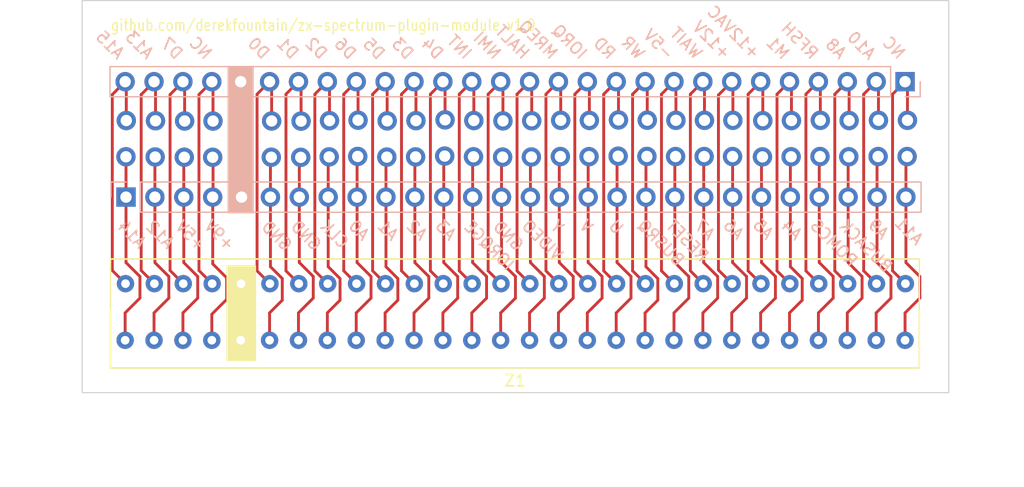
<source format=kicad_pcb>
(kicad_pcb (version 20211014) (generator pcbnew)
  (layers (0 "F.Cu" signal) (31 "B.Cu" signal) (34 "B.Paste" user) (35 "F.Paste" user) (36 "B.SilkS" user "B.Silkscreen") (37 "F.SilkS" user "F.Silkscreen") (38 "B.Mask" user) (39 "F.Mask" user) (44 "Edge.Cuts" user))
  (net 0 "")
  (net 3 "A15")
  (net 4 "A13")
  (net 5 "D7")
  (net 6 "NC1")
  (net 7 "D0")
  (net 8 "D1")
  (net 9 "D2")
  (net 10 "D6")
  (net 11 "D5")
  (net 12 "D3")
  (net 13 "D4")
  (net 14 "INT")
  (net 15 "NMI")
  (net 16 "HALT")
  (net 17 "MREQ")
  (net 18 "IORQ")
  (net 19 "RD")
  (net 20 "WR")
  (net 21 "-5V")
  (net 22 "WAIT")
  (net 23 "+12V")
  (net 24 "+12VAC")
  (net 25 "M1")
  (net 26 "RFSH")
  (net 27 "A8")
  (net 28 "A10")
  (net 29 "NC2")
  (net 30 "A9")
  (net 31 "ROMCS")
  (net 32 "A4")
  (net 33 "A5")
  (net 34 "A6")
  (net 35 "A7")
  (net 36 "RESET")
  (net 37 "BUSRQ")
  (net 38 "U")
  (net 39 "V")
  (net 40 "Y")
  (net 41 "VIDEO")
  (net 42 "GND3")
  (net 43 "IORQGE")
  (net 44 "A3")
  (net 45 "A2")
  (net 46 "A1")
  (net 47 "A0")
  (net 48 "CLK")
  (net 49 "GND2")
  (net 50 "GND1")
  (net 51 "+9V")
  (net 52 "+5V")
  (net 53 "A12")
  (net 54 "A14")
  (net 55 "BUSACK")
  (net 56 "A11")
  (footprint "" (layer "F.Cu") (at 174.1 112)
    (fp_text reference "")
    (fp_text value "")
  )
  (footprint "" (layer "F.Cu") (at 151.3 108.81)
    (fp_text reference "")
    (fp_text value "")
  )
  (footprint "" (layer "F.Cu") (at 120.725 108.875)
    (fp_text reference "")
    (fp_text value "")
  )
  (footprint "" (layer "F.Cu") (at 169.07 108.84)
    (fp_text reference "")
    (fp_text value "")
  )
  (footprint "" (layer "F.Cu") (at 143.66 108.83)
    (fp_text reference "")
    (fp_text value "")
  )
  (footprint "" (layer "F.Cu") (at 143.63 112.02)
    (fp_text reference "")
    (fp_text value "")
  )
  (footprint "" (layer "F.Cu") (at 141.13 108.77)
    (fp_text reference "")
    (fp_text value "")
  )
  (footprint "" (layer "F.Cu") (at 171.56 112.02)
    (fp_text reference "")
    (fp_text value "")
  )
  (footprint "" (layer "F.Cu") (at 176.63 112.02)
    (fp_text reference "")
    (fp_text value "")
  )
  (footprint "" (layer "F.Cu") (at 133.48 108.8)
    (fp_text reference "")
    (fp_text value "")
  )
  (footprint "" (layer "F.Cu") (at 130.97 108.84)
    (fp_text reference "")
    (fp_text value "")
  )
  (footprint "" (layer "F.Cu") (at 141.1 111.96)
    (fp_text reference "")
    (fp_text value "")
  )
  (footprint "" (layer "F.Cu") (at 171.59 108.83)
    (fp_text reference "")
    (fp_text value "")
  )
  (footprint "" (layer "F.Cu") (at 161.43 108.81)
    (fp_text reference "")
    (fp_text value "")
  )
  (footprint "" (layer "F.Cu") (at 146.19 112.05)
    (fp_text reference "")
    (fp_text value "")
  )
  (footprint "" (layer "F.Cu") (at 125.85 112.06)
    (fp_text reference "")
    (fp_text value "")
  )
  (footprint "" (layer "F.Cu") (at 120.695 112.065)
    (fp_text reference "")
    (fp_text value "")
  )
  (footprint "" (layer "F.Cu") (at 115.64 112.04)
    (fp_text reference "")
    (fp_text value "")
  )
  (footprint "" (layer "F.Cu") (at 128.44 112.07)
    (fp_text reference "")
    (fp_text value "")
  )
  (footprint "" (layer "F.Cu") (at 118.23 108.87)
    (fp_text reference "")
    (fp_text value "")
  )
  (footprint "" (layer "F.Cu") (at 163.94 108.81)
    (fp_text reference "")
    (fp_text value "")
  )
  (footprint "" (layer "F.Cu") (at 156.35 111.97)
    (fp_text reference "")
    (fp_text value "")
  )
  (footprint "" (layer "F.Cu") (at 181.79 108.81)
    (fp_text reference "")
    (fp_text value "")
  )
  (footprint "" (layer "F.Cu") (at 128.47 108.88)
    (fp_text reference "")
    (fp_text value "")
  )
  (footprint "" (layer "F.Cu") (at 179.21 112)
    (fp_text reference "")
    (fp_text value "")
  )
  (footprint "" (layer "F.Cu") (at 169.04 112.03)
    (fp_text reference "")
    (fp_text value "")
  )
  (footprint "" (layer "F.Cu") (at 138.54 112.03)
    (fp_text reference "")
    (fp_text value "")
  )
  (footprint "" (layer "F.Cu") (at 163.91 112)
    (fp_text reference "")
    (fp_text value "")
  )
  (footprint "" (layer "F.Cu") (at 113.1 108.83)
    (fp_text reference "")
    (fp_text value "")
  )
  (footprint "" (layer "F.Cu") (at 156.38 108.78)
    (fp_text reference "")
    (fp_text value "")
  )
  (footprint "" (layer "F.Cu") (at 136.04 108.86)
    (fp_text reference "")
    (fp_text value "")
  )
  (footprint "" (layer "F.Cu") (at 130.94 112.03)
    (fp_text reference "")
    (fp_text value "")
  )
  (footprint "" (layer "F.Cu") (at 176.66 108.83)
    (fp_text reference "")
    (fp_text value "")
  )
  (footprint "" (layer "F.Cu") (at 158.91 108.8)
    (fp_text reference "")
    (fp_text value "")
  )
  (footprint "" (layer "F.Cu") (at 174.13 108.81)
    (fp_text reference "")
    (fp_text value "")
  )
  (footprint "" (layer "F.Cu") (at 136.01 112.05)
    (fp_text reference "")
    (fp_text value "")
  )
  (footprint "" (layer "F.Cu") (at 125.88 108.87)
    (fp_text reference "")
    (fp_text value "")
  )
  (footprint "" (layer "F.Cu") (at 148.75 108.85)
    (fp_text reference "")
    (fp_text value "")
  )
  (footprint "" (layer "F.Cu") (at 179.24 108.81)
    (fp_text reference "")
    (fp_text value "")
  )
  (footprint "" (layer "F.Cu") (at 181.76 112)
    (fp_text reference "")
    (fp_text value "")
  )
  (footprint "" (layer "F.Cu") (at 153.82 108.82)
    (fp_text reference "")
    (fp_text value "")
  )
  (footprint "zx:ZX_Bus_Pin_Header" (layer "F.Cu") (at 147.32 124.46)
    (fp_text reference "Z1")
    (fp_text value "ZX48Bus")
  )
  (footprint "" (layer "F.Cu") (at 148.72 112.04)
    (fp_text reference "")
    (fp_text value "")
  )
  (footprint "" (layer "F.Cu") (at 118.2 112.06)
    (fp_text reference "")
    (fp_text value "")
  )
  (footprint "" (layer "F.Cu") (at 115.67 108.85)
    (fp_text reference "")
    (fp_text value "")
  )
  (footprint "" (layer "F.Cu") (at 166.44 108.81)
    (fp_text reference "")
    (fp_text value "")
  )
  (footprint "" (layer "F.Cu") (at 166.41 112)
    (fp_text reference "")
    (fp_text value "")
  )
  (footprint "" (layer "F.Cu") (at 151.27 112)
    (fp_text reference "")
    (fp_text value "")
  )
  (footprint "" (layer "F.Cu") (at 161.4 112)
    (fp_text reference "")
    (fp_text value "")
  )
  (footprint "" (layer "F.Cu") (at 153.79 112.01)
    (fp_text reference "")
    (fp_text value "")
  )
  (footprint "" (layer "F.Cu") (at 146.22 108.86)
    (fp_text reference "")
    (fp_text value "")
  )
  (footprint "" (layer "F.Cu") (at 133.45 111.99)
    (fp_text reference "")
    (fp_text value "")
  )
  (footprint "" (layer "F.Cu") (at 138.57 108.84)
    (fp_text reference "")
    (fp_text value "")
  )
  (footprint "" (layer "F.Cu") (at 158.88 111.99)
    (fp_text reference "")
    (fp_text value "")
  )
  (footprint "" (layer "F.Cu") (at 113.07 112.02)
    (fp_text reference "")
    (fp_text value "")
  )
  (footprint "Connector_PinHeader_2.54mm:PinHeader_1x28_P2.54mm_Vertical" (layer "B.Cu") (at 181.58 105.41 90)
    (fp_text reference "J1" hide)
    (fp_text value "Upper pins")
  )
  (footprint "Connector_PinHeader_2.54mm:PinHeader_1x28_P2.54mm_Vertical" (layer "B.Cu") (at 113.075 115.57 -90)
    (fp_text reference "J2" hide)
    (fp_text value "Lower pins")
  )
  (gr_rect (start 124.23 116.93) (end 122.08 104.1) (layer "B.SilkS") (width 0.15) (fill solid))
  (gr_rect (start 121.98 129.94) (end 124.44 121.64) (layer "F.SilkS") (width 0.15) (fill solid))
  (gr_rect (start 185.42 98.27) (end 109.22 132.78) (layer "Edge.Cuts") (width 0.1) (fill none))
  (gr_text "D0" (at 125.5 103.22 -45) (layer "B.SilkS") (effects (font (size 1 1)) (justify left mirror)))
  (gr_text "A2" (at 137.93 117.76 -45) (layer "B.SilkS") (effects (font (size 1 1)) (justify right mirror)))
  (gr_text "IORQGE" (at 143 117.82 -45) (layer "B.SilkS") (effects (font (size 1 1)) (justify right mirror)))
  (gr_text "WR" (at 158.48 103.26 -45) (layer "B.SilkS") (effects (font (size 1 1)) (justify left mirror)))
  (gr_text "A1" (at 135.39 117.78 -45) (layer "B.SilkS") (effects (font (size 1 1)) (justify right mirror)))
  (gr_text "D3" (at 138.16 103.25 -45) (layer "B.SilkS") (effects (font (size 1 1)) (justify left mirror)))
  (gr_text "D1" (at 128.05 103.22 -45) (layer "B.SilkS") (effects (font (size 1 1)) (justify left mirror)))
  (gr_text "RESET" (at 160.76 117.73 -45) (layer "B.SilkS") (effects (font (size 1 1)) (justify right mirror)))
  (gr_text "HALT" (at 148.35 103.22 -45) (layer "B.SilkS") (effects (font (size 1 1)) (justify left mirror)))
  (gr_text "GND" (at 145.54 117.83 -45) (layer "B.SilkS") (effects (font (size 1 1)) (justify right mirror)))
  (gr_text "M1" (at 171.21 103.25 -45) (layer "B.SilkS") (effects (font (size 1 1)) (justify left mirror)))
  (gr_text "U" (at 155.72 117.77 -45) (layer "B.SilkS") (effects (font (size 1 1)) (justify right mirror)))
  (gr_text "D2" (at 130.57 103.23 -45) (layer "B.SilkS") (effects (font (size 1 1)) (justify left mirror)))
  (gr_text "+12V" (at 166.07 103.23 -45) (layer "B.SilkS") (effects (font (size 1 1)) (justify left mirror)))
  (gr_text "A0" (at 132.84 117.77 -45) (layer "B.SilkS") (effects (font (size 1 1)) (justify right mirror)))
  (gr_text "+5V" (at 117.62 117.82 -45) (layer "B.SilkS") (effects (font (size 1 1)) (justify right mirror)))
  (gr_text "A6" (at 165.79 117.71 -45) (layer "B.SilkS") (effects (font (size 1 1)) (justify right mirror)))
  (gr_text "A8" (at 176.2 103.2 -45) (layer "B.SilkS") (effects (font (size 1 1)) (justify left mirror)))
  (gr_text "NC" (at 120.42 103.24 -45) (layer "B.SilkS") (effects (font (size 1 1)) (justify left mirror)))
  (gr_text "A10" (at 178.79 103.26 -45) (layer "B.SilkS") (effects (font (size 1 1)) (justify left mirror)))
  (gr_text "D4" (at 140.77 103.24 -45) (layer "B.SilkS") (effects (font (size 1 1)) (justify left mirror)))
  (gr_text "V" (at 153.15 117.77 -45) (layer "B.SilkS") (effects (font (size 1 1)) (justify right mirror)))
  (gr_text "WAIT" (at 163.55 103.24 -45) (layer "B.SilkS") (effects (font (size 1 1)) (justify left mirror)))
  (gr_text "GND" (at 127.76 117.81 -45) (layer "B.SilkS") (effects (font (size 1 1)) (justify right mirror)))
  (gr_text "+9V" (at 120.16 117.78 -45) (layer "B.SilkS") (effects (font (size 1 1)) (justify right mirror)))
  (gr_text "RD" (at 155.92 103.23 -45) (layer "B.SilkS") (effects (font (size 1 1)) (justify left mirror)))
  (gr_text "MREQ" (at 150.82 103.23 -45) (layer "B.SilkS") (effects (font (size 1 1)) (justify left mirror)))
  (gr_text "NMI" (at 145.84 103.24 -45) (layer "B.SilkS") (effects (font (size 1 1)) (justify left mirror)))
  (gr_text "D7" (at 117.86 103.24 -45) (layer "B.SilkS") (effects (font (size 1 1)) (justify left mirror)))
  (gr_text "RFSH" (at 173.75 103.23 -45) (layer "B.SilkS") (effects (font (size 1 1)) (justify left mirror)))
  (gr_text "A7" (at 163.24 117.73 -45) (layer "B.SilkS") (effects (font (size 1 1)) (justify right mirror)))
  (gr_text "A9" (at 178.52 117.65 -45) (layer "B.SilkS") (effects (font (size 1 1)) (justify right mirror)))
  (gr_text "A15" (at 112.72 103.21 -45) (layer "B.SilkS") (effects (font (size 1 1)) (justify left mirror)))
  (gr_text "BUSRQ" (at 158.26 117.73 -45) (layer "B.SilkS") (effects (font (size 1 1)) (justify right mirror)))
  (gr_text "-5V" (at 161.07 103.28 -45) (layer "B.SilkS") (effects (font (size 1 1)) (justify left mirror)))
  (gr_text "A14" (at 112.54 117.8 -45) (layer "B.SilkS") (effects (font (size 1 1)) (justify right mirror)))
  (gr_text "D5" (at 135.63 103.26 -45) (layer "B.SilkS") (effects (font (size 1 1)) (justify left mirror)))
  (gr_text "INT" (at 143.27 103.23 -45) (layer "B.SilkS") (effects (font (size 1 1)) (justify left mirror)))
  (gr_text "Y" (at 150.6 117.8 -45) (layer "B.SilkS") (effects (font (size 1 1)) (justify right mirror)))
  (gr_text "BUSACK" (at 175.98 117.73 -45) (layer "B.SilkS") (effects (font (size 1 1)) (justify right mirror)))
  (gr_text "GND" (at 125.18 117.84 -45) (layer "B.SilkS") (effects (font (size 1 1)) (justify right mirror)))
  (gr_text "A3" (at 140.48 117.76 -45) (layer "B.SilkS") (effects (font (size 1 1)) (justify right mirror)))
  (gr_text "A5" (at 168.39 117.67 -45) (layer "B.SilkS") (effects (font (size 1 1)) (justify right mirror)))
  (gr_text "IORQ" (at 153.41 103.23 -45) (layer "B.SilkS") (effects (font (size 1 1)) (justify left mirror)))
  (gr_text "A4" (at 170.9 117.73 -45) (layer "B.SilkS") (effects (font (size 1 1)) (justify right mirror)))
  (gr_text "VIDEO" (at 148.09 117.77 -45) (layer "B.SilkS") (effects (font (size 1 1)) (justify right mirror)))
  (gr_text "CLK" (at 130.33 117.78 -45) (layer "B.SilkS") (effects (font (size 1 1)) (justify right mirror)))
  (gr_text "ROMCS" (at 173.43 117.73 -45) (layer "B.SilkS") (effects (font (size 1 1)) (justify right mirror)))
  (gr_text "A11" (at 180.87 117.5 -45) (layer "B.SilkS") (effects (font (size 1 1)) (justify right mirror)))
  (gr_text "A13" (at 115.3 103.21 -45) (layer "B.SilkS") (effects (font (size 1 1)) (justify left mirror)))
  (gr_text "A12" (at 115.03 117.82 -45) (layer "B.SilkS") (effects (font (size 1 1)) (justify right mirror)))
  (gr_text "+12VAC" (at 168.66 103.2 -45) (layer "B.SilkS") (effects (font (size 1 1)) (justify left mirror)))
  (gr_text "D6" (at 133.11 103.25 -45) (layer "B.SilkS") (effects (font (size 1 1)) (justify left mirror)))
  (gr_text "NC" (at 181.39 103.22 -45) (layer "B.SilkS") (effects (font (size 1 1)) (justify left mirror)))
  (gr_text "github.com/derekfountain/zx-spectrum-plugin-module v1.0" (at 130.42 100.43) (layer "F.SilkS") (effects (font (size 1 0.8) (thickness 0.125))))
  (segment (start 113.03 123.19) (end 111.87 122.03) (width 0.25) (layer "F.Cu") (net 3))
  (segment (start 111.87 122.03) (end 111.87 106.54) (width 0.25) (layer "F.Cu") (net 3))
  (segment (start 113.1 108.83) (end 113.1 105.51) (width 0.25) (layer "F.Cu") (net 3))
  (segment (start 113.1 105.51) (end 113 105.41) (width 0.25) (layer "F.Cu") (net 3))
  (segment (start 111.87 106.54) (end 113 105.41) (width 0.25) (layer "F.Cu") (net 3))
  (segment (start 115.57 123.19) (end 114.41 122.03) (width 0.25) (layer "F.Cu") (net 4))
  (segment (start 115.67 108.85) (end 115.67 105.54) (width 0.25) (layer "F.Cu") (net 4))
  (segment (start 115.67 105.54) (end 115.54 105.41) (width 0.25) (layer "F.Cu") (net 4))
  (segment (start 114.41 106.54) (end 115.54 105.41) (width 0.25) (layer "F.Cu") (net 4))
  (segment (start 114.41 122.03) (end 114.41 106.54) (width 0.25) (layer "F.Cu") (net 4))
  (segment (start 116.95 122.03) (end 116.95 106.54) (width 0.25) (layer "F.Cu") (net 5))
  (segment (start 116.95 106.54) (end 118.08 105.41) (width 0.25) (layer "F.Cu") (net 5))
  (segment (start 118.11 123.19) (end 116.95 122.03) (width 0.25) (layer "F.Cu") (net 5))
  (segment (start 118.23 108.87) (end 118.23 105.56) (width 0.25) (layer "F.Cu") (net 5))
  (segment (start 118.23 105.56) (end 118.08 105.41) (width 0.25) (layer "F.Cu") (net 5))
  (segment (start 119.49 122.03) (end 119.49 106.54) (width 0.25) (layer "F.Cu") (net 6))
  (segment (start 119.49 106.54) (end 120.62 105.41) (width 0.25) (layer "F.Cu") (net 6))
  (segment (start 120.725 108.875) (end 120.725 105.495) (width 0.25) (layer "F.Cu") (net 6))
  (segment (start 120.65 123.19) (end 119.49 122.03) (width 0.25) (layer "F.Cu") (net 6))
  (segment (start 120.69 105.48) (end 120.62 105.41) (width 0.25) (layer "F.Cu") (net 6))
  (segment (start 125.88 105.59) (end 125.7 105.41) (width 0.25) (layer "F.Cu") (net 7))
  (segment (start 124.6 106.51) (end 125.7 105.41) (width 0.25) (layer "F.Cu") (net 7))
  (segment (start 125.88 108.87) (end 125.88 105.59) (width 0.25) (layer "F.Cu") (net 7))
  (segment (start 124.6 122.06) (end 124.6 106.51) (width 0.25) (layer "F.Cu") (net 7))
  (segment (start 125.73 123.19) (end 124.6 122.06) (width 0.25) (layer "F.Cu") (net 7))
  (segment (start 128.47 105.64) (end 128.24 105.41) (width 0.25) (layer "F.Cu") (net 8))
  (segment (start 127.14 122.06) (end 127.14 106.51) (width 0.25) (layer "F.Cu") (net 8))
  (segment (start 128.27 123.19) (end 127.14 122.06) (width 0.25) (layer "F.Cu") (net 8))
  (segment (start 127.14 106.51) (end 128.24 105.41) (width 0.25) (layer "F.Cu") (net 8))
  (segment (start 128.47 108.88) (end 128.47 105.64) (width 0.25) (layer "F.Cu") (net 8))
  (segment (start 130.97 108.84) (end 130.97 105.6) (width 0.25) (layer "F.Cu") (net 9))
  (segment (start 129.68 106.51) (end 130.78 105.41) (width 0.25) (layer "F.Cu") (net 9))
  (segment (start 130.97 105.6) (end 130.78 105.41) (width 0.25) (layer "F.Cu") (net 9))
  (segment (start 129.68 122.06) (end 129.68 106.51) (width 0.25) (layer "F.Cu") (net 9))
  (segment (start 130.81 123.19) (end 129.68 122.06) (width 0.25) (layer "F.Cu") (net 9))
  (segment (start 132.22 122.06) (end 132.22 106.51) (width 0.25) (layer "F.Cu") (net 10))
  (segment (start 133.48 108.8) (end 133.48 105.57) (width 0.25) (layer "F.Cu") (net 10))
  (segment (start 133.35 123.19) (end 132.22 122.06) (width 0.25) (layer "F.Cu") (net 10))
  (segment (start 132.22 106.51) (end 133.32 105.41) (width 0.25) (layer "F.Cu") (net 10))
  (segment (start 133.48 105.57) (end 133.32 105.41) (width 0.25) (layer "F.Cu") (net 10))
  (segment (start 134.76 122.06) (end 134.76 106.51) (width 0.25) (layer "F.Cu") (net 11))
  (segment (start 134.76 106.51) (end 135.86 105.41) (width 0.25) (layer "F.Cu") (net 11))
  (segment (start 135.89 123.19) (end 134.76 122.06) (width 0.25) (layer "F.Cu") (net 11))
  (segment (start 136.04 108.86) (end 136.04 105.59) (width 0.25) (layer "F.Cu") (net 11))
  (segment (start 136.04 105.59) (end 135.86 105.41) (width 0.25) (layer "F.Cu") (net 11))
  (segment (start 138.43 123.19) (end 137.3 122.06) (width 0.25) (layer "F.Cu") (net 12))
  (segment (start 138.57 108.84) (end 138.57 105.58) (width 0.25) (layer "F.Cu") (net 12))
  (segment (start 138.57 105.58) (end 138.4 105.41) (width 0.25) (layer "F.Cu") (net 12))
  (segment (start 137.3 106.51) (end 138.4 105.41) (width 0.25) (layer "F.Cu") (net 12))
  (segment (start 137.3 122.06) (end 137.3 106.51) (width 0.25) (layer "F.Cu") (net 12))
  (segment (start 141.13 108.77) (end 141.13 105.6) (width 0.25) (layer "F.Cu") (net 13))
  (segment (start 139.84 122.06) (end 139.84 106.51) (width 0.25) (layer "F.Cu") (net 13))
  (segment (start 139.84 106.51) (end 140.94 105.41) (width 0.25) (layer "F.Cu") (net 13))
  (segment (start 141.13 105.6) (end 140.94 105.41) (width 0.25) (layer "F.Cu") (net 13))
  (segment (start 140.97 123.19) (end 139.84 122.06) (width 0.25) (layer "F.Cu") (net 13))
  (segment (start 142.38 106.51) (end 143.48 105.41) (width 0.25) (layer "F.Cu") (net 14))
  (segment (start 143.66 108.83) (end 143.66 105.59) (width 0.25) (layer "F.Cu") (net 14))
  (segment (start 143.66 105.59) (end 143.48 105.41) (width 0.25) (layer "F.Cu") (net 14))
  (segment (start 143.51 123.19) (end 142.38 122.06) (width 0.25) (layer "F.Cu") (net 14))
  (segment (start 142.38 122.06) (end 142.38 106.51) (width 0.25) (layer "F.Cu") (net 14))
  (segment (start 146.22 108.86) (end 146.22 105.61) (width 0.25) (layer "F.Cu") (net 15))
  (segment (start 144.92 122.06) (end 144.92 106.51) (width 0.25) (layer "F.Cu") (net 15))
  (segment (start 146.05 123.19) (end 144.92 122.06) (width 0.25) (layer "F.Cu") (net 15))
  (segment (start 144.92 106.51) (end 146.02 105.41) (width 0.25) (layer "F.Cu") (net 15))
  (segment (start 146.22 105.61) (end 146.02 105.41) (width 0.25) (layer "F.Cu") (net 15))
  (segment (start 148.59 123.19) (end 147.46 122.06) (width 0.25) (layer "F.Cu") (net 16))
  (segment (start 148.75 108.85) (end 148.75 105.6) (width 0.25) (layer "F.Cu") (net 16))
  (segment (start 147.46 122.06) (end 147.46 106.51) (width 0.25) (layer "F.Cu") (net 16))
  (segment (start 148.75 105.6) (end 148.56 105.41) (width 0.25) (layer "F.Cu") (net 16))
  (segment (start 147.46 106.51) (end 148.56 105.41) (width 0.25) (layer "F.Cu") (net 16))
  (segment (start 150 106.51) (end 151.1 105.41) (width 0.25) (layer "F.Cu") (net 17))
  (segment (start 151.13 123.19) (end 150 122.06) (width 0.25) (layer "F.Cu") (net 17))
  (segment (start 150 122.06) (end 150 106.51) (width 0.25) (layer "F.Cu") (net 17))
  (segment (start 151.3 105.61) (end 151.1 105.41) (width 0.25) (layer "F.Cu") (net 17))
  (segment (start 151.3 108.81) (end 151.3 105.61) (width 0.25) (layer "F.Cu") (net 17))
  (segment (start 153.82 108.82) (end 153.82 105.59) (width 0.25) (layer "F.Cu") (net 18))
  (segment (start 152.54 122.06) (end 152.54 106.51) (width 0.25) (layer "F.Cu") (net 18))
  (segment (start 153.82 105.59) (end 153.64 105.41) (width 0.25) (layer "F.Cu") (net 18))
  (segment (start 153.67 123.19) (end 152.54 122.06) (width 0.25) (layer "F.Cu") (net 18))
  (segment (start 152.54 106.51) (end 153.64 105.41) (width 0.25) (layer "F.Cu") (net 18))
  (segment (start 155.08 106.51) (end 156.18 105.41) (width 0.25) (layer "F.Cu") (net 19))
  (segment (start 155.08 122.06) (end 155.08 106.51) (width 0.25) (layer "F.Cu") (net 19))
  (segment (start 156.38 108.78) (end 156.38 105.61) (width 0.25) (layer "F.Cu") (net 19))
  (segment (start 156.38 105.61) (end 156.18 105.41) (width 0.25) (layer "F.Cu") (net 19))
  (segment (start 156.21 123.19) (end 155.08 122.06) (width 0.25) (layer "F.Cu") (net 19))
  (segment (start 158.91 108.8) (end 158.91 105.6) (width 0.25) (layer "F.Cu") (net 20))
  (segment (start 158.91 105.6) (end 158.72 105.41) (width 0.25) (layer "F.Cu") (net 20))
  (segment (start 157.62 106.51) (end 158.72 105.41) (width 0.25) (layer "F.Cu") (net 20))
  (segment (start 157.62 122.06) (end 157.62 106.51) (width 0.25) (layer "F.Cu") (net 20))
  (segment (start 158.75 123.19) (end 157.62 122.06) (width 0.25) (layer "F.Cu") (net 20))
  (segment (start 161.43 105.58) (end 161.26 105.41) (width 0.25) (layer "F.Cu") (net 21))
  (segment (start 160.16 122.06) (end 160.16 106.51) (width 0.25) (layer "F.Cu") (net 21))
  (segment (start 160.16 106.51) (end 161.26 105.41) (width 0.25) (layer "F.Cu") (net 21))
  (segment (start 161.43 108.81) (end 161.43 105.58) (width 0.25) (layer "F.Cu") (net 21))
  (segment (start 161.29 123.19) (end 160.16 122.06) (width 0.25) (layer "F.Cu") (net 21))
  (segment (start 163.94 108.81) (end 163.94 105.55) (width 0.25) (layer "F.Cu") (net 22))
  (segment (start 162.7 106.51) (end 163.8 105.41) (width 0.25) (layer "F.Cu") (net 22))
  (segment (start 163.94 105.55) (end 163.8 105.41) (width 0.25) (layer "F.Cu") (net 22))
  (segment (start 162.7 122.06) (end 162.7 106.51) (width 0.25) (layer "F.Cu") (net 22))
  (segment (start 163.83 123.19) (end 162.7 122.06) (width 0.25) (layer "F.Cu") (net 22))
  (segment (start 165.17 121.99) (end 165.17 106.58) (width 0.25) (layer "F.Cu") (net 23))
  (segment (start 166.44 108.81) (end 166.44 105.51) (width 0.25) (layer "F.Cu") (net 23))
  (segment (start 165.17 106.58) (end 166.34 105.41) (width 0.25) (layer "F.Cu") (net 23))
  (segment (start 166.44 105.51) (end 166.34 105.41) (width 0.25) (layer "F.Cu") (net 23))
  (segment (start 166.37 123.19) (end 165.17 121.99) (width 0.25) (layer "F.Cu") (net 23))
  (segment (start 168.91 123.19) (end 167.78 122.06) (width 0.25) (layer "F.Cu") (net 24))
  (segment (start 169.07 108.84) (end 169.07 105.6) (width 0.25) (layer "F.Cu") (net 24))
  (segment (start 167.78 122.06) (end 167.78 106.51) (width 0.25) (layer "F.Cu") (net 24))
  (segment (start 169.07 105.6) (end 168.88 105.41) (width 0.25) (layer "F.Cu") (net 24))
  (segment (start 167.78 106.51) (end 168.88 105.41) (width 0.25) (layer "F.Cu") (net 24))
  (segment (start 170.32 122.06) (end 170.32 106.51) (width 0.25) (layer "F.Cu") (net 25))
  (segment (start 171.59 108.83) (end 171.59 105.58) (width 0.25) (layer "F.Cu") (net 25))
  (segment (start 171.45 123.19) (end 170.32 122.06) (width 0.25) (layer "F.Cu") (net 25))
  (segment (start 170.32 106.51) (end 171.42 105.41) (width 0.25) (layer "F.Cu") (net 25))
  (segment (start 171.59 105.58) (end 171.42 105.41) (width 0.25) (layer "F.Cu") (net 25))
  (segment (start 172.86 122.06) (end 172.86 106.51) (width 0.25) (layer "F.Cu") (net 26))
  (segment (start 174.13 108.81) (end 174.13 105.58) (width 0.25) (layer "F.Cu") (net 26))
  (segment (start 174.13 105.58) (end 173.96 105.41) (width 0.25) (layer "F.Cu") (net 26))
  (segment (start 172.86 106.51) (end 173.96 105.41) (width 0.25) (layer "F.Cu") (net 26))
  (segment (start 173.99 123.19) (end 172.86 122.06) (width 0.25) (layer "F.Cu") (net 26))
  (segment (start 175.4 122.06) (end 175.4 106.51) (width 0.25) (layer "F.Cu") (net 27))
  (segment (start 176.66 105.57) (end 176.5 105.41) (width 0.25) (layer "F.Cu") (net 27))
  (segment (start 176.53 123.19) (end 175.4 122.06) (width 0.25) (layer "F.Cu") (net 27))
  (segment (start 176.66 108.83) (end 176.66 105.57) (width 0.25) (layer "F.Cu") (net 27))
  (segment (start 175.4 106.51) (end 176.5 105.41) (width 0.25) (layer "F.Cu") (net 27))
  (segment (start 177.94 106.51) (end 179.04 105.41) (width 0.25) (layer "F.Cu") (net 28))
  (segment (start 179.24 108.81) (end 179.24 105.61) (width 0.25) (layer "F.Cu") (net 28))
  (segment (start 177.94 122.06) (end 177.94 106.51) (width 0.25) (layer "F.Cu") (net 28))
  (segment (start 179.07 123.19) (end 177.94 122.06) (width 0.25) (layer "F.Cu") (net 28))
  (segment (start 179.24 105.61) (end 179.04 105.41) (width 0.25) (layer "F.Cu") (net 28))
  (segment (start 180.48 106.51) (end 181.58 105.41) (width 0.25) (layer "F.Cu") (net 29))
  (segment (start 180.48 122.06) (end 180.48 106.51) (width 0.25) (layer "F.Cu") (net 29))
  (segment (start 181.79 108.81) (end 181.79 105.62) (width 0.25) (layer "F.Cu") (net 29))
  (segment (start 181.61 123.19) (end 180.48 122.06) (width 0.25) (layer "F.Cu") (net 29))
  (segment (start 181.79 105.62) (end 181.58 105.41) (width 0.25) (layer "F.Cu") (net 29))
  (segment (start 179.115 115.57) (end 179.115 112.095) (width 0.25) (layer "F.Cu") (net 30))
  (segment (start 179.115 121.331396) (end 180.34 122.556396) (width 0.25) (layer "F.Cu") (net 30))
  (segment (start 179.115 112.095) (end 179.21 112) (width 0.25) (layer "F.Cu") (net 30))
  (segment (start 179.115 115.57) (end 179.115 121.331396) (width 0.25) (layer "F.Cu") (net 30))
  (segment (start 180.34 122.556396) (end 180.34 124.46) (width 0.25) (layer "F.Cu") (net 30))
  (segment (start 180.34 124.46) (end 179.04 125.76) (width 0.25) (layer "F.Cu") (net 30))
  (segment (start 179.04 125.76) (end 179.04 128.17) (width 0.25) (layer "F.Cu") (net 30))
  (segment (start 175.26 122.556396) (end 175.26 124.46) (width 0.25) (layer "F.Cu") (net 31))
  (segment (start 173.96 125.76) (end 173.96 128.17) (width 0.25) (layer "F.Cu") (net 31))
  (segment (start 174.035 112.065) (end 174.1 112) (width 0.25) (layer "F.Cu") (net 31))
  (segment (start 174.035 115.57) (end 174.035 121.331396) (width 0.25) (layer "F.Cu") (net 31))
  (segment (start 174.035 115.57) (end 174.035 112.065) (width 0.25) (layer "F.Cu") (net 31))
  (segment (start 174.035 121.331396) (end 175.26 122.556396) (width 0.25) (layer "F.Cu") (net 31))
  (segment (start 175.26 124.46) (end 173.96 125.76) (width 0.25) (layer "F.Cu") (net 31))
  (segment (start 171.495 115.57) (end 171.495 112.085) (width 0.25) (layer "F.Cu") (net 32))
  (segment (start 171.42 125.76) (end 171.42 128.17) (width 0.25) (layer "F.Cu") (net 32))
  (segment (start 172.537 124.643) (end 171.42 125.76) (width 0.25) (layer "F.Cu") (net 32))
  (segment (start 172.537 122.739749) (end 172.537 124.643) (width 0.25) (layer "F.Cu") (net 32))
  (segment (start 171.495 121.697749) (end 172.537 122.739749) (width 0.25) (layer "F.Cu") (net 32))
  (segment (start 171.495 115.57) (end 171.495 121.697749) (width 0.25) (layer "F.Cu") (net 32))
  (segment (start 171.495 112.085) (end 171.56 112.02) (width 0.25) (layer "F.Cu") (net 32))
  (segment (start 168.955 112.115) (end 169.04 112.03) (width 0.25) (layer "F.Cu") (net 33))
  (segment (start 168.955 115.57) (end 168.955 121.331396) (width 0.25) (layer "F.Cu") (net 33))
  (segment (start 168.88 125.76) (end 168.88 128.17) (width 0.25) (layer "F.Cu") (net 33))
  (segment (start 168.955 115.57) (end 168.955 112.115) (width 0.25) (layer "F.Cu") (net 33))
  (segment (start 168.955 121.331396) (end 170.18 122.556396) (width 0.25) (layer "F.Cu") (net 33))
  (segment (start 170.18 122.556396) (end 170.18 124.46) (width 0.25) (layer "F.Cu") (net 33))
  (segment (start 170.18 124.46) (end 168.88 125.76) (width 0.25) (layer "F.Cu") (net 33))
  (segment (start 167.64 124.46) (end 166.34 125.76) (width 0.25) (layer "F.Cu") (net 34))
  (segment (start 167.64 122.556396) (end 167.64 124.46) (width 0.25) (layer "F.Cu") (net 34))
  (segment (start 166.415 115.57) (end 166.415 121.331396) (width 0.25) (layer "F.Cu") (net 34))
  (segment (start 166.415 112.005) (end 166.41 112) (width 0.25) (layer "F.Cu") (net 34))
  (segment (start 166.415 121.331396) (end 167.64 122.556396) (width 0.25) (layer "F.Cu") (net 34))
  (segment (start 166.34 125.76) (end 166.34 128.17) (width 0.25) (layer "F.Cu") (net 34))
  (segment (start 166.415 115.57) (end 166.415 112.005) (width 0.25) (layer "F.Cu") (net 34))
  (segment (start 163.875 121.331396) (end 165.1 122.556396) (width 0.25) (layer "F.Cu") (net 35))
  (segment (start 163.8 125.76) (end 163.8 128.17) (width 0.25) (layer "F.Cu") (net 35))
  (segment (start 163.875 115.57) (end 163.875 121.331396) (width 0.25) (layer "F.Cu") (net 35))
  (segment (start 163.875 115.57) (end 163.875 112.035) (width 0.25) (layer "F.Cu") (net 35))
  (segment (start 165.1 122.556396) (end 165.1 124.46) (width 0.25) (layer "F.Cu") (net 35))
  (segment (start 165.1 124.46) (end 163.8 125.76) (width 0.25) (layer "F.Cu") (net 35))
  (segment (start 163.875 112.035) (end 163.91 112) (width 0.25) (layer "F.Cu") (net 35))
  (segment (start 161.335 115.57) (end 161.335 112.065) (width 0.25) (layer "F.Cu") (net 36))
  (segment (start 161.335 115.57) (end 161.335 121.331396) (width 0.25) (layer "F.Cu") (net 36))
  (segment (start 161.335 121.331396) (end 162.56 122.556396) (width 0.25) (layer "F.Cu") (net 36))
  (segment (start 162.56 124.46) (end 161.26 125.76) (width 0.25) (layer "F.Cu") (net 36))
  (segment (start 162.56 122.556396) (end 162.56 124.46) (width 0.25) (layer "F.Cu") (net 36))
  (segment (start 161.335 112.065) (end 161.4 112) (width 0.25) (layer "F.Cu") (net 36))
  (segment (start 161.26 125.76) (end 161.26 128.17) (width 0.25) (layer "F.Cu") (net 36))
  (segment (start 158.795 112.075) (end 158.88 111.99) (width 0.25) (layer "F.Cu") (net 37))
  (segment (start 158.72 125.76) (end 158.72 128.17) (width 0.25) (layer "F.Cu") (net 37))
  (segment (start 158.795 121.697749) (end 159.837 122.739749) (width 0.25) (layer "F.Cu") (net 37))
  (segment (start 158.795 115.57) (end 158.795 112.075) (width 0.25) (layer "F.Cu") (net 37))
  (segment (start 158.795 115.57) (end 158.795 121.697749) (width 0.25) (layer "F.Cu") (net 37))
  (segment (start 159.837 124.643) (end 158.72 125.76) (width 0.25) (layer "F.Cu") (net 37))
  (segment (start 159.837 122.739749) (end 159.837 124.643) (width 0.25) (layer "F.Cu") (net 37))
  (segment (start 157.48 122.556396) (end 157.48 124.46) (width 0.25) (layer "F.Cu") (net 38))
  (segment (start 156.18 125.76) (end 156.18 128.17) (width 0.25) (layer "F.Cu") (net 38))
  (segment (start 156.255 115.57) (end 156.255 112.065) (width 0.25) (layer "F.Cu") (net 38))
  (segment (start 157.48 124.46) (end 156.18 125.76) (width 0.25) (layer "F.Cu") (net 38))
  (segment (start 156.255 112.065) (end 156.35 111.97) (width 0.25) (layer "F.Cu") (net 38))
  (segment (start 156.255 121.331396) (end 157.48 122.556396) (width 0.25) (layer "F.Cu") (net 38))
  (segment (start 156.255 115.57) (end 156.255 121.331396) (width 0.25) (layer "F.Cu") (net 38))
  (segment (start 153.64 125.76) (end 153.64 128.17) (width 0.25) (layer "F.Cu") (net 39))
  (segment (start 153.715 115.57) (end 153.715 121.331396) (width 0.25) (layer "F.Cu") (net 39))
  (segment (start 153.715 115.57) (end 153.715 112.085) (width 0.25) (layer "F.Cu") (net 39))
  (segment (start 154.94 122.556396) (end 154.94 124.46) (width 0.25) (layer "F.Cu") (net 39))
  (segment (start 153.715 121.331396) (end 154.94 122.556396) (width 0.25) (layer "F.Cu") (net 39))
  (segment (start 153.715 112.085) (end 153.79 112.01) (width 0.25) (layer "F.Cu") (net 39))
  (segment (start 154.94 124.46) (end 153.64 125.76) (width 0.25) (layer "F.Cu") (net 39))
  (segment (start 151.175 112.095) (end 151.27 112) (width 0.25) (layer "F.Cu") (net 40))
  (segment (start 151.175 115.57) (end 151.175 112.095) (width 0.25) (layer "F.Cu") (net 40))
  (segment (start 152.4 122.556396) (end 152.4 124.46) (width 0.25) (layer "F.Cu") (net 40))
  (segment (start 151.1 125.76) (end 151.1 128.17) (width 0.25) (layer "F.Cu") (net 40))
  (segment (start 151.175 115.57) (end 151.175 121.331396) (width 0.25) (layer "F.Cu") (net 40))
  (segment (start 151.175 121.331396) (end 152.4 122.556396) (width 0.25) (layer "F.Cu") (net 40))
  (segment (start 152.4 124.46) (end 151.1 125.76) (width 0.25) (layer "F.Cu") (net 40))
  (segment (start 148.635 115.57) (end 148.635 112.125) (width 0.25) (layer "F.Cu") (net 41))
  (segment (start 148.635 121.331396) (end 149.86 122.556396) (width 0.25) (layer "F.Cu") (net 41))
  (segment (start 149.86 124.46) (end 148.56 125.76) (width 0.25) (layer "F.Cu") (net 41))
  (segment (start 149.86 122.556396) (end 149.86 124.46) (width 0.25) (layer "F.Cu") (net 41))
  (segment (start 148.635 112.125) (end 148.72 112.04) (width 0.25) (layer "F.Cu") (net 41))
  (segment (start 148.635 115.57) (end 148.635 121.331396) (width 0.25) (layer "F.Cu") (net 41))
  (segment (start 148.56 125.76) (end 148.56 128.17) (width 0.25) (layer "F.Cu") (net 41))
  (segment (start 146.095 115.57) (end 146.095 121.331396) (width 0.25) (layer "F.Cu") (net 42))
  (segment (start 146.02 125.76) (end 146.02 128.17) (width 0.25) (layer "F.Cu") (net 42))
  (segment (start 147.32 124.46) (end 146.02 125.76) (width 0.25) (layer "F.Cu") (net 42))
  (segment (start 146.095 112.145) (end 146.19 112.05) (width 0.25) (layer "F.Cu") (net 42))
  (segment (start 147.32 122.556396) (end 147.32 124.46) (width 0.25) (layer "F.Cu") (net 42))
  (segment (start 146.095 121.331396) (end 147.32 122.556396) (width 0.25) (layer "F.Cu") (net 42))
  (segment (start 146.095 115.57) (end 146.095 112.145) (width 0.25) (layer "F.Cu") (net 42))
  (segment (start 143.48 125.76) (end 143.48 128.17) (width 0.25) (layer "F.Cu") (net 43))
  (segment (start 143.555 121.331396) (end 144.78 122.556396) (width 0.25) (layer "F.Cu") (net 43))
  (segment (start 144.78 124.46) (end 143.48 125.76) (width 0.25) (layer "F.Cu") (net 43))
  (segment (start 143.555 112.095) (end 143.63 112.02) (width 0.25) (layer "F.Cu") (net 43))
  (segment (start 143.555 115.57) (end 143.555 112.095) (width 0.25) (layer "F.Cu") (net 43))
  (segment (start 143.555 115.57) (end 143.555 121.331396) (width 0.25) (layer "F.Cu") (net 43))
  (segment (start 144.78 122.556396) (end 144.78 124.46) (width 0.25) (layer "F.Cu") (net 43))
  (segment (start 140.94 125.76) (end 140.94 128.17) (width 0.25) (layer "F.Cu") (net 44))
  (segment (start 141.015 121.331396) (end 142.24 122.556396) (width 0.25) (layer "F.Cu") (net 44))
  (segment (start 141.015 115.57) (end 141.015 121.331396) (width 0.25) (layer "F.Cu") (net 44))
  (segment (start 142.24 124.46) (end 140.94 125.76) (width 0.25) (layer "F.Cu") (net 44))
  (segment (start 141.015 115.57) (end 141.015 112.045) (width 0.25) (layer "F.Cu") (net 44))
  (segment (start 141.015 112.045) (end 141.1 111.96) (width 0.25) (layer "F.Cu") (net 44))
  (segment (start 142.24 122.556396) (end 142.24 124.46) (width 0.25) (layer "F.Cu") (net 44))
  (segment (start 138.475 115.57) (end 138.475 121.331396) (width 0.25) (layer "F.Cu") (net 45))
  (segment (start 138.475 115.57) (end 138.475 112.095) (width 0.25) (layer "F.Cu") (net 45))
  (segment (start 138.475 121.331396) (end 139.7 122.556396) (width 0.25) (layer "F.Cu") (net 45))
  (segment (start 138.475 112.095) (end 138.54 112.03) (width 0.25) (layer "F.Cu") (net 45))
  (segment (start 139.7 122.556396) (end 139.7 124.46) (width 0.25) (layer "F.Cu") (net 45))
  (segment (start 139.7 124.46) (end 138.4 125.76) (width 0.25) (layer "F.Cu") (net 45))
  (segment (start 138.4 125.76) (end 138.4 128.17) (width 0.25) (layer "F.Cu") (net 45))
  (segment (start 135.935 115.57) (end 135.935 121.697749) (width 0.25) (layer "F.Cu") (net 46))
  (segment (start 136.977 122.739749) (end 136.977 124.643) (width 0.25) (layer "F.Cu") (net 46))
  (segment (start 136.977 124.643) (end 135.86 125.76) (width 0.25) (layer "F.Cu") (net 46))
  (segment (start 135.935 115.57) (end 135.935 112.125) (width 0.25) (layer "F.Cu") (net 46))
  (segment (start 135.935 121.697749) (end 136.977 122.739749) (width 0.25) (layer "F.Cu") (net 46))
  (segment (start 135.935 112.125) (end 136.01 112.05) (width 0.25) (layer "F.Cu") (net 46))
  (segment (start 135.86 125.76) (end 135.86 128.17) (width 0.25) (layer "F.Cu") (net 46))
  (segment (start 133.395 112.045) (end 133.45 111.99) (width 0.25) (layer "F.Cu") (net 47))
  (segment (start 133.32 125.76) (end 133.32 128.17) (width 0.25) (layer "F.Cu") (net 47))
  (segment (start 133.395 115.57) (end 133.395 112.045) (width 0.25) (layer "F.Cu") (net 47))
  (segment (start 134.62 124.46) (end 133.32 125.76) (width 0.25) (layer "F.Cu") (net 47))
  (segment (start 134.62 122.556396) (end 134.62 124.46) (width 0.25) (layer "F.Cu") (net 47))
  (segment (start 133.395 115.57) (end 133.395 121.331396) (width 0.25) (layer "F.Cu") (net 47))
  (segment (start 133.395 121.331396) (end 134.62 122.556396) (width 0.25) (layer "F.Cu") (net 47))
  (segment (start 131.897 122.739749) (end 131.897 124.643) (width 0.25) (layer "F.Cu") (net 48))
  (segment (start 130.855 121.697749) (end 131.897 122.739749) (width 0.25) (layer "F.Cu") (net 48))
  (segment (start 130.855 115.57) (end 130.855 112.115) (width 0.25) (layer "F.Cu") (net 48))
  (segment (start 130.855 112.115) (end 130.94 112.03) (width 0.25) (layer "F.Cu") (net 48))
  (segment (start 131.897 124.643) (end 130.78 125.76) (width 0.25) (layer "F.Cu") (net 48))
  (segment (start 130.855 115.57) (end 130.855 121.697749) (width 0.25) (layer "F.Cu") (net 48))
  (segment (start 130.78 125.76) (end 130.78 128.17) (width 0.25) (layer "F.Cu") (net 48))
  (segment (start 128.24 125.76) (end 128.24 128.17) (width 0.25) (layer "F.Cu") (net 49))
  (segment (start 128.315 112.195) (end 128.44 112.07) (width 0.25) (layer "F.Cu") (net 49))
  (segment (start 128.315 115.57) (end 128.315 121.331396) (width 0.25) (layer "F.Cu") (net 49))
  (segment (start 128.315 115.57) (end 128.315 112.195) (width 0.25) (layer "F.Cu") (net 49))
  (segment (start 129.54 122.556396) (end 129.54 124.46) (width 0.25) (layer "F.Cu") (net 49))
  (segment (start 129.54 124.46) (end 128.24 125.76) (width 0.25) (layer "F.Cu") (net 49))
  (segment (start 128.315 121.331396) (end 129.54 122.556396) (width 0.25) (layer "F.Cu") (net 49))
  (segment (start 125.775 121.697749) (end 126.817 122.739749) (width 0.25) (layer "F.Cu") (net 50))
  (segment (start 126.817 124.643) (end 125.7 125.76) (width 0.25) (layer "F.Cu") (net 50))
  (segment (start 125.775 112.135) (end 125.85 112.06) (width 0.25) (layer "F.Cu") (net 50))
  (segment (start 126.817 122.739749) (end 126.817 124.643) (width 0.25) (layer "F.Cu") (net 50))
  (segment (start 125.775 115.57) (end 125.775 112.135) (width 0.25) (layer "F.Cu") (net 50))
  (segment (start 125.775 115.57) (end 125.775 121.697749) (width 0.25) (layer "F.Cu") (net 50))
  (segment (start 125.7 125.76) (end 125.7 128.17) (width 0.25) (layer "F.Cu") (net 50))
  (segment (start 120.62 125.882302) (end 120.62 128.17) (width 0.25) (layer "F.Cu") (net 51))
  (segment (start 121.9258 122.672898) (end 121.9258 124.576502) (width 0.25) (layer "F.Cu") (net 51))
  (segment (start 120.7008 121.447898) (end 121.9258 122.672898) (width 0.25) (layer "F.Cu") (net 51))
  (segment (start 120.73 112.1) (end 120.695 112.065) (width 0.25) (layer "F.Cu") (net 51))
  (segment (start 120.73 115.585) (end 120.73 112.1) (width 0.25) (layer "F.Cu") (net 51))
  (segment (start 120.7008 115.686502) (end 120.7008 121.447898) (width 0.25) (layer "F.Cu") (net 51))
  (segment (start 121.9258 124.576502) (end 120.62 125.882302) (width 0.25) (layer "F.Cu") (net 51))
  (segment (start 118.155 112.105) (end 118.2 112.06) (width 0.25) (layer "F.Cu") (net 52))
  (segment (start 118.155 121.331396) (end 119.38 122.556396) (width 0.25) (layer "F.Cu") (net 52))
  (segment (start 118.08 125.76) (end 118.08 128.17) (width 0.25) (layer "F.Cu") (net 52))
  (segment (start 118.155 115.57) (end 118.155 121.331396) (width 0.25) (layer "F.Cu") (net 52))
  (segment (start 118.155 115.57) (end 118.155 112.105) (width 0.25) (layer "F.Cu") (net 52))
  (segment (start 119.38 124.46) (end 118.08 125.76) (width 0.25) (layer "F.Cu") (net 52))
  (segment (start 119.38 122.556396) (end 119.38 124.46) (width 0.25) (layer "F.Cu") (net 52))
  (segment (start 115.615 115.57) (end 115.615 112.065) (width 0.25) (layer "F.Cu") (net 53))
  (segment (start 116.84 124.46) (end 115.54 125.76) (width 0.25) (layer "F.Cu") (net 53))
  (segment (start 115.615 112.065) (end 115.64 112.04) (width 0.25) (layer "F.Cu") (net 53))
  (segment (start 115.615 115.57) (end 115.615 121.331396) (width 0.25) (layer "F.Cu") (net 53))
  (segment (start 115.54 125.76) (end 115.54 128.17) (width 0.25) (layer "F.Cu") (net 53))
  (segment (start 115.615 121.331396) (end 116.84 122.556396) (width 0.25) (layer "F.Cu") (net 53))
  (segment (start 116.84 122.556396) (end 116.84 124.46) (width 0.25) (layer "F.Cu") (net 53))
  (segment (start 113.075 115.57) (end 113.075 121.331396) (width 0.25) (layer "F.Cu") (net 54))
  (segment (start 113.075 121.331396) (end 114.3 122.556396) (width 0.25) (layer "F.Cu") (net 54))
  (segment (start 113.075 115.57) (end 113.075 112.025) (width 0.25) (layer "F.Cu") (net 54))
  (segment (start 113 125.76) (end 113 128.17) (width 0.25) (layer "F.Cu") (net 54))
  (segment (start 114.3 124.46) (end 113 125.76) (width 0.25) (layer "F.Cu") (net 54))
  (segment (start 114.3 122.556396) (end 114.3 124.46) (width 0.25) (layer "F.Cu") (net 54))
  (segment (start 113.075 112.025) (end 113.07 112.02) (width 0.25) (layer "F.Cu") (net 54))
  (segment (start 176.575 121.331396) (end 177.8 122.556396) (width 0.25) (layer "F.Cu") (net 55))
  (segment (start 176.575 112.075) (end 176.63 112.02) (width 0.25) (layer "F.Cu") (net 55))
  (segment (start 176.575 115.57) (end 176.575 121.331396) (width 0.25) (layer "F.Cu") (net 55))
  (segment (start 177.8 122.556396) (end 177.8 124.46) (width 0.25) (layer "F.Cu") (net 55))
  (segment (start 176.5 125.76) (end 176.5 128.17) (width 0.25) (layer "F.Cu") (net 55))
  (segment (start 176.575 115.57) (end 176.575 112.075) (width 0.25) (layer "F.Cu") (net 55))
  (segment (start 177.8 124.46) (end 176.5 125.76) (width 0.25) (layer "F.Cu") (net 55))
  (segment (start 181.655 115.57) (end 181.655 121.331396) (width 0.25) (layer "F.Cu") (net 56))
  (segment (start 181.58 125.76) (end 181.58 128.17) (width 0.25) (layer "F.Cu") (net 56))
  (segment (start 181.655 115.57) (end 181.655 112.105) (width 0.25) (layer "F.Cu") (net 56))
  (segment (start 182.88 124.46) (end 181.58 125.76) (width 0.25) (layer "F.Cu") (net 56))
  (segment (start 182.88 122.556396) (end 182.88 124.46) (width 0.25) (layer "F.Cu") (net 56))
  (segment (start 181.655 112.105) (end 181.76 112) (width 0.25) (layer "F.Cu") (net 56))
  (segment (start 181.655 121.331396) (end 182.88 122.556396) (width 0.25) (layer "F.Cu") (net 56))
)
</source>
